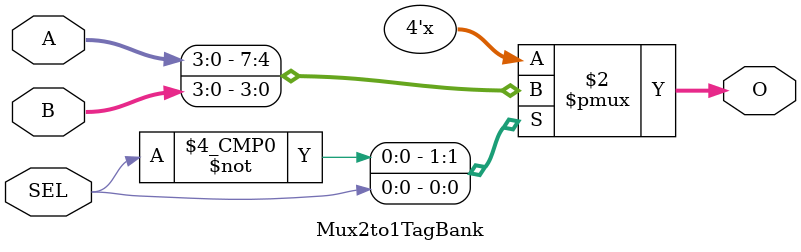
<source format=sv>
`timescale 1ns / 1ps


module Mux2to1TagBank(O,A,B,SEL);
parameter k=4;
input [k-1:0]A,B;
input SEL;
output [k-1:0]O;
reg [k-1:0]O;

always @(*) begin
    case(SEL)
        1'b0: O=A;
        1'b1: O=B;        
    endcase

end
endmodule

</source>
